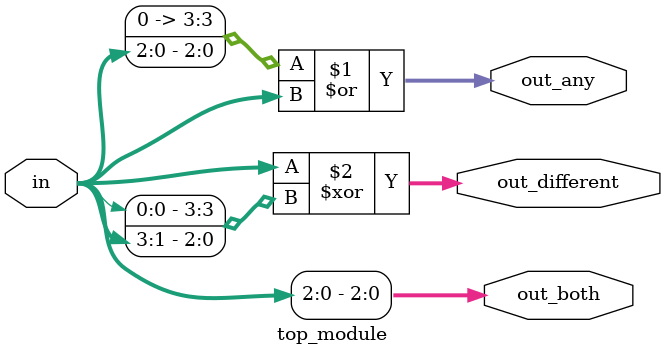
<source format=sv>
module top_module (
    input [3:0] in,
    output [2:0] out_both,
    output [3:0] out_any,
    output [3:0] out_different
);

assign out_both = in[2:0];
assign out_any = {1'b0, in[2:0]} | in;
assign out_different = in ^ {in[0], in[3:1]};

endmodule

</source>
